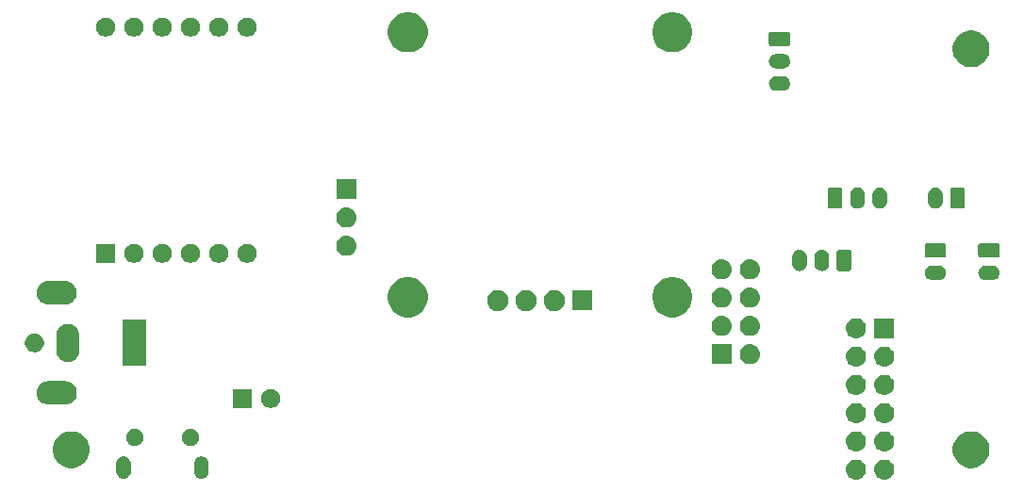
<source format=gbr>
G04 #@! TF.GenerationSoftware,KiCad,Pcbnew,(5.1.4-0-10_14)*
G04 #@! TF.CreationDate,2020-03-14T09:23:35+01:00*
G04 #@! TF.ProjectId,ArtnetNode,4172746e-6574-44e6-9f64-652e6b696361,rev?*
G04 #@! TF.SameCoordinates,Original*
G04 #@! TF.FileFunction,Soldermask,Bot*
G04 #@! TF.FilePolarity,Negative*
%FSLAX46Y46*%
G04 Gerber Fmt 4.6, Leading zero omitted, Abs format (unit mm)*
G04 Created by KiCad (PCBNEW (5.1.4-0-10_14)) date 2020-03-14 09:23:35*
%MOMM*%
%LPD*%
G04 APERTURE LIST*
%ADD10C,0.100000*%
G04 APERTURE END LIST*
D10*
G36*
X218710443Y-120905519D02*
G01*
X218776627Y-120912037D01*
X218946466Y-120963557D01*
X219102991Y-121047222D01*
X219138729Y-121076552D01*
X219240186Y-121159814D01*
X219287959Y-121218027D01*
X219352778Y-121297009D01*
X219436443Y-121453534D01*
X219487963Y-121623373D01*
X219505359Y-121800000D01*
X219487963Y-121976627D01*
X219436443Y-122146466D01*
X219352778Y-122302991D01*
X219344215Y-122313425D01*
X219240186Y-122440186D01*
X219138729Y-122523448D01*
X219102991Y-122552778D01*
X218946466Y-122636443D01*
X218776627Y-122687963D01*
X218710442Y-122694482D01*
X218644260Y-122701000D01*
X218555740Y-122701000D01*
X218489558Y-122694482D01*
X218423373Y-122687963D01*
X218253534Y-122636443D01*
X218097009Y-122552778D01*
X218061271Y-122523448D01*
X217959814Y-122440186D01*
X217855785Y-122313425D01*
X217847222Y-122302991D01*
X217763557Y-122146466D01*
X217712037Y-121976627D01*
X217694641Y-121800000D01*
X217712037Y-121623373D01*
X217763557Y-121453534D01*
X217847222Y-121297009D01*
X217912041Y-121218027D01*
X217959814Y-121159814D01*
X218061271Y-121076552D01*
X218097009Y-121047222D01*
X218253534Y-120963557D01*
X218423373Y-120912037D01*
X218489557Y-120905519D01*
X218555740Y-120899000D01*
X218644260Y-120899000D01*
X218710443Y-120905519D01*
X218710443Y-120905519D01*
G37*
G36*
X216170443Y-120905519D02*
G01*
X216236627Y-120912037D01*
X216406466Y-120963557D01*
X216562991Y-121047222D01*
X216598729Y-121076552D01*
X216700186Y-121159814D01*
X216747959Y-121218027D01*
X216812778Y-121297009D01*
X216896443Y-121453534D01*
X216947963Y-121623373D01*
X216965359Y-121800000D01*
X216947963Y-121976627D01*
X216896443Y-122146466D01*
X216812778Y-122302991D01*
X216804215Y-122313425D01*
X216700186Y-122440186D01*
X216598729Y-122523448D01*
X216562991Y-122552778D01*
X216406466Y-122636443D01*
X216236627Y-122687963D01*
X216170442Y-122694482D01*
X216104260Y-122701000D01*
X216015740Y-122701000D01*
X215949558Y-122694482D01*
X215883373Y-122687963D01*
X215713534Y-122636443D01*
X215557009Y-122552778D01*
X215521271Y-122523448D01*
X215419814Y-122440186D01*
X215315785Y-122313425D01*
X215307222Y-122302991D01*
X215223557Y-122146466D01*
X215172037Y-121976627D01*
X215154641Y-121800000D01*
X215172037Y-121623373D01*
X215223557Y-121453534D01*
X215307222Y-121297009D01*
X215372041Y-121218027D01*
X215419814Y-121159814D01*
X215521271Y-121076552D01*
X215557009Y-121047222D01*
X215713534Y-120963557D01*
X215883373Y-120912037D01*
X215949557Y-120905519D01*
X216015740Y-120899000D01*
X216104260Y-120899000D01*
X216170443Y-120905519D01*
X216170443Y-120905519D01*
G37*
G36*
X150427618Y-120608420D02*
G01*
X150518404Y-120635960D01*
X150550336Y-120645646D01*
X150663425Y-120706094D01*
X150762554Y-120787446D01*
X150843906Y-120886575D01*
X150904354Y-120999664D01*
X150914040Y-121031596D01*
X150941580Y-121122382D01*
X150951000Y-121218027D01*
X150951000Y-121981973D01*
X150941580Y-122077618D01*
X150914040Y-122168404D01*
X150904354Y-122200336D01*
X150843906Y-122313425D01*
X150762554Y-122412553D01*
X150663424Y-122493906D01*
X150550335Y-122554354D01*
X150518403Y-122564040D01*
X150427617Y-122591580D01*
X150300000Y-122604149D01*
X150172382Y-122591580D01*
X150081596Y-122564040D01*
X150049664Y-122554354D01*
X149936575Y-122493906D01*
X149837447Y-122412554D01*
X149756094Y-122313424D01*
X149695646Y-122200335D01*
X149679305Y-122146466D01*
X149658420Y-122077617D01*
X149649000Y-121981972D01*
X149649000Y-121218027D01*
X149658420Y-121122382D01*
X149695645Y-120999668D01*
X149720608Y-120952966D01*
X149756095Y-120886575D01*
X149837447Y-120787446D01*
X149936576Y-120706094D01*
X150049665Y-120645646D01*
X150081597Y-120635960D01*
X150172383Y-120608420D01*
X150300000Y-120595851D01*
X150427618Y-120608420D01*
X150427618Y-120608420D01*
G37*
G36*
X157427617Y-120608420D02*
G01*
X157518403Y-120635960D01*
X157550335Y-120645646D01*
X157663424Y-120706094D01*
X157762554Y-120787447D01*
X157843906Y-120886575D01*
X157904354Y-120999664D01*
X157914040Y-121031596D01*
X157941580Y-121122382D01*
X157951000Y-121218027D01*
X157951000Y-121981973D01*
X157941580Y-122077618D01*
X157914040Y-122168404D01*
X157904354Y-122200336D01*
X157843906Y-122313425D01*
X157762554Y-122412554D01*
X157663425Y-122493906D01*
X157550336Y-122554354D01*
X157518404Y-122564040D01*
X157427618Y-122591580D01*
X157300000Y-122604149D01*
X157172383Y-122591580D01*
X157081597Y-122564040D01*
X157049665Y-122554354D01*
X156936576Y-122493906D01*
X156837447Y-122412554D01*
X156756095Y-122313425D01*
X156695648Y-122200337D01*
X156695645Y-122200332D01*
X156658420Y-122077618D01*
X156649000Y-121981973D01*
X156649000Y-121218028D01*
X156658420Y-121122383D01*
X156695645Y-120999669D01*
X156695646Y-120999665D01*
X156756094Y-120886576D01*
X156837447Y-120787446D01*
X156936575Y-120706094D01*
X157049664Y-120645646D01*
X157081596Y-120635960D01*
X157172382Y-120608420D01*
X157300000Y-120595851D01*
X157427617Y-120608420D01*
X157427617Y-120608420D01*
G37*
G36*
X226775256Y-118391298D02*
G01*
X226881579Y-118412447D01*
X227094037Y-118500450D01*
X227171227Y-118532423D01*
X227182042Y-118536903D01*
X227452451Y-118717585D01*
X227682415Y-118947549D01*
X227863097Y-119217958D01*
X227987553Y-119518421D01*
X228051000Y-119837391D01*
X228051000Y-120162609D01*
X227987553Y-120481579D01*
X227863097Y-120782042D01*
X227682415Y-121052451D01*
X227452451Y-121282415D01*
X227182042Y-121463097D01*
X226881579Y-121587553D01*
X226775256Y-121608702D01*
X226562611Y-121651000D01*
X226237389Y-121651000D01*
X226024744Y-121608702D01*
X225918421Y-121587553D01*
X225617958Y-121463097D01*
X225347549Y-121282415D01*
X225117585Y-121052451D01*
X224936903Y-120782042D01*
X224812447Y-120481579D01*
X224749000Y-120162609D01*
X224749000Y-119837391D01*
X224812447Y-119518421D01*
X224936903Y-119217958D01*
X225117585Y-118947549D01*
X225347549Y-118717585D01*
X225617958Y-118536903D01*
X225628774Y-118532423D01*
X225705963Y-118500450D01*
X225918421Y-118412447D01*
X226024744Y-118391298D01*
X226237389Y-118349000D01*
X226562611Y-118349000D01*
X226775256Y-118391298D01*
X226775256Y-118391298D01*
G37*
G36*
X145975256Y-118391298D02*
G01*
X146081579Y-118412447D01*
X146294037Y-118500450D01*
X146371227Y-118532423D01*
X146382042Y-118536903D01*
X146652451Y-118717585D01*
X146882415Y-118947549D01*
X147063097Y-119217958D01*
X147187553Y-119518421D01*
X147251000Y-119837391D01*
X147251000Y-120162609D01*
X147187553Y-120481579D01*
X147063097Y-120782042D01*
X146882415Y-121052451D01*
X146652451Y-121282415D01*
X146382042Y-121463097D01*
X146081579Y-121587553D01*
X145975256Y-121608702D01*
X145762611Y-121651000D01*
X145437389Y-121651000D01*
X145224744Y-121608702D01*
X145118421Y-121587553D01*
X144817958Y-121463097D01*
X144547549Y-121282415D01*
X144317585Y-121052451D01*
X144136903Y-120782042D01*
X144012447Y-120481579D01*
X143949000Y-120162609D01*
X143949000Y-119837391D01*
X144012447Y-119518421D01*
X144136903Y-119217958D01*
X144317585Y-118947549D01*
X144547549Y-118717585D01*
X144817958Y-118536903D01*
X144828774Y-118532423D01*
X144905963Y-118500450D01*
X145118421Y-118412447D01*
X145224744Y-118391298D01*
X145437389Y-118349000D01*
X145762611Y-118349000D01*
X145975256Y-118391298D01*
X145975256Y-118391298D01*
G37*
G36*
X218710443Y-118365519D02*
G01*
X218776627Y-118372037D01*
X218946466Y-118423557D01*
X219102991Y-118507222D01*
X219133698Y-118532423D01*
X219240186Y-118619814D01*
X219320423Y-118717584D01*
X219352778Y-118757009D01*
X219436443Y-118913534D01*
X219487963Y-119083373D01*
X219505359Y-119260000D01*
X219487963Y-119436627D01*
X219436443Y-119606466D01*
X219352778Y-119762991D01*
X219323448Y-119798729D01*
X219240186Y-119900186D01*
X219138729Y-119983448D01*
X219102991Y-120012778D01*
X218946466Y-120096443D01*
X218776627Y-120147963D01*
X218710442Y-120154482D01*
X218644260Y-120161000D01*
X218555740Y-120161000D01*
X218489558Y-120154482D01*
X218423373Y-120147963D01*
X218253534Y-120096443D01*
X218097009Y-120012778D01*
X218061271Y-119983448D01*
X217959814Y-119900186D01*
X217876552Y-119798729D01*
X217847222Y-119762991D01*
X217763557Y-119606466D01*
X217712037Y-119436627D01*
X217694641Y-119260000D01*
X217712037Y-119083373D01*
X217763557Y-118913534D01*
X217847222Y-118757009D01*
X217879577Y-118717584D01*
X217959814Y-118619814D01*
X218066302Y-118532423D01*
X218097009Y-118507222D01*
X218253534Y-118423557D01*
X218423373Y-118372037D01*
X218489557Y-118365519D01*
X218555740Y-118359000D01*
X218644260Y-118359000D01*
X218710443Y-118365519D01*
X218710443Y-118365519D01*
G37*
G36*
X216170443Y-118365519D02*
G01*
X216236627Y-118372037D01*
X216406466Y-118423557D01*
X216562991Y-118507222D01*
X216593698Y-118532423D01*
X216700186Y-118619814D01*
X216780423Y-118717584D01*
X216812778Y-118757009D01*
X216896443Y-118913534D01*
X216947963Y-119083373D01*
X216965359Y-119260000D01*
X216947963Y-119436627D01*
X216896443Y-119606466D01*
X216812778Y-119762991D01*
X216783448Y-119798729D01*
X216700186Y-119900186D01*
X216598729Y-119983448D01*
X216562991Y-120012778D01*
X216406466Y-120096443D01*
X216236627Y-120147963D01*
X216170442Y-120154482D01*
X216104260Y-120161000D01*
X216015740Y-120161000D01*
X215949558Y-120154482D01*
X215883373Y-120147963D01*
X215713534Y-120096443D01*
X215557009Y-120012778D01*
X215521271Y-119983448D01*
X215419814Y-119900186D01*
X215336552Y-119798729D01*
X215307222Y-119762991D01*
X215223557Y-119606466D01*
X215172037Y-119436627D01*
X215154641Y-119260000D01*
X215172037Y-119083373D01*
X215223557Y-118913534D01*
X215307222Y-118757009D01*
X215339577Y-118717584D01*
X215419814Y-118619814D01*
X215526302Y-118532423D01*
X215557009Y-118507222D01*
X215713534Y-118423557D01*
X215883373Y-118372037D01*
X215949557Y-118365519D01*
X216015740Y-118359000D01*
X216104260Y-118359000D01*
X216170443Y-118365519D01*
X216170443Y-118365519D01*
G37*
G36*
X151526348Y-118153820D02*
G01*
X151526350Y-118153821D01*
X151526351Y-118153821D01*
X151667574Y-118212317D01*
X151667577Y-118212319D01*
X151794669Y-118297239D01*
X151902761Y-118405331D01*
X151970842Y-118507222D01*
X151987683Y-118532426D01*
X151989537Y-118536903D01*
X152046180Y-118673652D01*
X152076000Y-118823569D01*
X152076000Y-118976431D01*
X152054728Y-119083375D01*
X152046179Y-119126351D01*
X151987683Y-119267574D01*
X151987681Y-119267577D01*
X151902761Y-119394669D01*
X151794669Y-119502761D01*
X151667577Y-119587681D01*
X151667574Y-119587683D01*
X151526351Y-119646179D01*
X151526350Y-119646179D01*
X151526348Y-119646180D01*
X151376431Y-119676000D01*
X151223569Y-119676000D01*
X151073652Y-119646180D01*
X151073650Y-119646179D01*
X151073649Y-119646179D01*
X150932426Y-119587683D01*
X150932423Y-119587681D01*
X150805331Y-119502761D01*
X150697239Y-119394669D01*
X150612319Y-119267577D01*
X150612317Y-119267574D01*
X150553821Y-119126351D01*
X150545273Y-119083375D01*
X150524000Y-118976431D01*
X150524000Y-118823569D01*
X150553820Y-118673652D01*
X150610463Y-118536903D01*
X150612317Y-118532426D01*
X150629158Y-118507222D01*
X150697239Y-118405331D01*
X150805331Y-118297239D01*
X150932423Y-118212319D01*
X150932426Y-118212317D01*
X151073649Y-118153821D01*
X151073650Y-118153821D01*
X151073652Y-118153820D01*
X151223569Y-118124000D01*
X151376431Y-118124000D01*
X151526348Y-118153820D01*
X151526348Y-118153820D01*
G37*
G36*
X156526348Y-118153820D02*
G01*
X156526350Y-118153821D01*
X156526351Y-118153821D01*
X156667574Y-118212317D01*
X156667577Y-118212319D01*
X156794669Y-118297239D01*
X156902761Y-118405331D01*
X156970842Y-118507222D01*
X156987683Y-118532426D01*
X156989537Y-118536903D01*
X157046180Y-118673652D01*
X157076000Y-118823569D01*
X157076000Y-118976431D01*
X157054728Y-119083375D01*
X157046179Y-119126351D01*
X156987683Y-119267574D01*
X156987681Y-119267577D01*
X156902761Y-119394669D01*
X156794669Y-119502761D01*
X156667577Y-119587681D01*
X156667574Y-119587683D01*
X156526351Y-119646179D01*
X156526350Y-119646179D01*
X156526348Y-119646180D01*
X156376431Y-119676000D01*
X156223569Y-119676000D01*
X156073652Y-119646180D01*
X156073650Y-119646179D01*
X156073649Y-119646179D01*
X155932426Y-119587683D01*
X155932423Y-119587681D01*
X155805331Y-119502761D01*
X155697239Y-119394669D01*
X155612319Y-119267577D01*
X155612317Y-119267574D01*
X155553821Y-119126351D01*
X155545273Y-119083375D01*
X155524000Y-118976431D01*
X155524000Y-118823569D01*
X155553820Y-118673652D01*
X155610463Y-118536903D01*
X155612317Y-118532426D01*
X155629158Y-118507222D01*
X155697239Y-118405331D01*
X155805331Y-118297239D01*
X155932423Y-118212319D01*
X155932426Y-118212317D01*
X156073649Y-118153821D01*
X156073650Y-118153821D01*
X156073652Y-118153820D01*
X156223569Y-118124000D01*
X156376431Y-118124000D01*
X156526348Y-118153820D01*
X156526348Y-118153820D01*
G37*
G36*
X216170442Y-115825518D02*
G01*
X216236627Y-115832037D01*
X216406466Y-115883557D01*
X216562991Y-115967222D01*
X216598729Y-115996552D01*
X216700186Y-116079814D01*
X216761189Y-116154148D01*
X216812778Y-116217009D01*
X216896443Y-116373534D01*
X216947963Y-116543373D01*
X216965359Y-116720000D01*
X216947963Y-116896627D01*
X216896443Y-117066466D01*
X216812778Y-117222991D01*
X216783448Y-117258729D01*
X216700186Y-117360186D01*
X216598729Y-117443448D01*
X216562991Y-117472778D01*
X216406466Y-117556443D01*
X216236627Y-117607963D01*
X216170443Y-117614481D01*
X216104260Y-117621000D01*
X216015740Y-117621000D01*
X215949557Y-117614481D01*
X215883373Y-117607963D01*
X215713534Y-117556443D01*
X215557009Y-117472778D01*
X215521271Y-117443448D01*
X215419814Y-117360186D01*
X215336552Y-117258729D01*
X215307222Y-117222991D01*
X215223557Y-117066466D01*
X215172037Y-116896627D01*
X215154641Y-116720000D01*
X215172037Y-116543373D01*
X215223557Y-116373534D01*
X215307222Y-116217009D01*
X215358811Y-116154148D01*
X215419814Y-116079814D01*
X215521271Y-115996552D01*
X215557009Y-115967222D01*
X215713534Y-115883557D01*
X215883373Y-115832037D01*
X215949558Y-115825518D01*
X216015740Y-115819000D01*
X216104260Y-115819000D01*
X216170442Y-115825518D01*
X216170442Y-115825518D01*
G37*
G36*
X218710442Y-115825518D02*
G01*
X218776627Y-115832037D01*
X218946466Y-115883557D01*
X219102991Y-115967222D01*
X219138729Y-115996552D01*
X219240186Y-116079814D01*
X219301189Y-116154148D01*
X219352778Y-116217009D01*
X219436443Y-116373534D01*
X219487963Y-116543373D01*
X219505359Y-116720000D01*
X219487963Y-116896627D01*
X219436443Y-117066466D01*
X219352778Y-117222991D01*
X219323448Y-117258729D01*
X219240186Y-117360186D01*
X219138729Y-117443448D01*
X219102991Y-117472778D01*
X218946466Y-117556443D01*
X218776627Y-117607963D01*
X218710443Y-117614481D01*
X218644260Y-117621000D01*
X218555740Y-117621000D01*
X218489557Y-117614481D01*
X218423373Y-117607963D01*
X218253534Y-117556443D01*
X218097009Y-117472778D01*
X218061271Y-117443448D01*
X217959814Y-117360186D01*
X217876552Y-117258729D01*
X217847222Y-117222991D01*
X217763557Y-117066466D01*
X217712037Y-116896627D01*
X217694641Y-116720000D01*
X217712037Y-116543373D01*
X217763557Y-116373534D01*
X217847222Y-116217009D01*
X217898811Y-116154148D01*
X217959814Y-116079814D01*
X218061271Y-115996552D01*
X218097009Y-115967222D01*
X218253534Y-115883557D01*
X218423373Y-115832037D01*
X218489558Y-115825518D01*
X218555740Y-115819000D01*
X218644260Y-115819000D01*
X218710442Y-115825518D01*
X218710442Y-115825518D01*
G37*
G36*
X163748228Y-114581703D02*
G01*
X163903100Y-114645853D01*
X164042481Y-114738985D01*
X164161015Y-114857519D01*
X164254147Y-114996900D01*
X164318297Y-115151772D01*
X164351000Y-115316184D01*
X164351000Y-115483816D01*
X164318297Y-115648228D01*
X164254147Y-115803100D01*
X164161015Y-115942481D01*
X164042481Y-116061015D01*
X163903100Y-116154147D01*
X163748228Y-116218297D01*
X163583816Y-116251000D01*
X163416184Y-116251000D01*
X163251772Y-116218297D01*
X163096900Y-116154147D01*
X162957519Y-116061015D01*
X162838985Y-115942481D01*
X162745853Y-115803100D01*
X162681703Y-115648228D01*
X162649000Y-115483816D01*
X162649000Y-115316184D01*
X162681703Y-115151772D01*
X162745853Y-114996900D01*
X162838985Y-114857519D01*
X162957519Y-114738985D01*
X163096900Y-114645853D01*
X163251772Y-114581703D01*
X163416184Y-114549000D01*
X163583816Y-114549000D01*
X163748228Y-114581703D01*
X163748228Y-114581703D01*
G37*
G36*
X161851000Y-116251000D02*
G01*
X160149000Y-116251000D01*
X160149000Y-114549000D01*
X161851000Y-114549000D01*
X161851000Y-116251000D01*
X161851000Y-116251000D01*
G37*
G36*
X145153097Y-113854069D02*
G01*
X145256032Y-113864207D01*
X145454146Y-113924305D01*
X145454149Y-113924306D01*
X145550975Y-113976061D01*
X145636729Y-114021897D01*
X145796765Y-114153235D01*
X145928103Y-114313271D01*
X145951276Y-114356625D01*
X146025694Y-114495851D01*
X146025695Y-114495854D01*
X146085793Y-114693968D01*
X146106085Y-114900000D01*
X146085793Y-115106032D01*
X146025695Y-115304146D01*
X146025694Y-115304149D01*
X145973939Y-115400975D01*
X145928103Y-115486729D01*
X145796765Y-115646765D01*
X145636729Y-115778103D01*
X145550975Y-115823939D01*
X145454149Y-115875694D01*
X145454146Y-115875695D01*
X145256032Y-115935793D01*
X145188126Y-115942481D01*
X145101631Y-115951000D01*
X143498369Y-115951000D01*
X143411874Y-115942481D01*
X143343968Y-115935793D01*
X143145854Y-115875695D01*
X143145851Y-115875694D01*
X143049025Y-115823939D01*
X142963271Y-115778103D01*
X142803235Y-115646765D01*
X142671897Y-115486729D01*
X142626061Y-115400975D01*
X142574306Y-115304149D01*
X142574305Y-115304146D01*
X142514207Y-115106032D01*
X142493915Y-114900000D01*
X142514207Y-114693968D01*
X142574305Y-114495854D01*
X142574306Y-114495851D01*
X142648724Y-114356625D01*
X142671897Y-114313271D01*
X142803235Y-114153235D01*
X142963271Y-114021897D01*
X143049025Y-113976061D01*
X143145851Y-113924306D01*
X143145854Y-113924305D01*
X143343968Y-113864207D01*
X143446903Y-113854069D01*
X143498369Y-113849000D01*
X145101631Y-113849000D01*
X145153097Y-113854069D01*
X145153097Y-113854069D01*
G37*
G36*
X216170442Y-113285518D02*
G01*
X216236627Y-113292037D01*
X216406466Y-113343557D01*
X216562991Y-113427222D01*
X216598729Y-113456552D01*
X216700186Y-113539814D01*
X216783448Y-113641271D01*
X216812778Y-113677009D01*
X216896443Y-113833534D01*
X216947963Y-114003373D01*
X216965359Y-114180000D01*
X216947963Y-114356627D01*
X216896443Y-114526466D01*
X216812778Y-114682991D01*
X216783448Y-114718729D01*
X216700186Y-114820186D01*
X216602931Y-114900000D01*
X216562991Y-114932778D01*
X216562989Y-114932779D01*
X216443023Y-114996903D01*
X216406466Y-115016443D01*
X216236627Y-115067963D01*
X216170443Y-115074481D01*
X216104260Y-115081000D01*
X216015740Y-115081000D01*
X215949557Y-115074481D01*
X215883373Y-115067963D01*
X215713534Y-115016443D01*
X215676978Y-114996903D01*
X215557011Y-114932779D01*
X215557009Y-114932778D01*
X215517069Y-114900000D01*
X215419814Y-114820186D01*
X215336552Y-114718729D01*
X215307222Y-114682991D01*
X215223557Y-114526466D01*
X215172037Y-114356627D01*
X215154641Y-114180000D01*
X215172037Y-114003373D01*
X215223557Y-113833534D01*
X215307222Y-113677009D01*
X215336552Y-113641271D01*
X215419814Y-113539814D01*
X215521271Y-113456552D01*
X215557009Y-113427222D01*
X215713534Y-113343557D01*
X215883373Y-113292037D01*
X215949558Y-113285518D01*
X216015740Y-113279000D01*
X216104260Y-113279000D01*
X216170442Y-113285518D01*
X216170442Y-113285518D01*
G37*
G36*
X218710442Y-113285518D02*
G01*
X218776627Y-113292037D01*
X218946466Y-113343557D01*
X219102991Y-113427222D01*
X219138729Y-113456552D01*
X219240186Y-113539814D01*
X219323448Y-113641271D01*
X219352778Y-113677009D01*
X219436443Y-113833534D01*
X219487963Y-114003373D01*
X219505359Y-114180000D01*
X219487963Y-114356627D01*
X219436443Y-114526466D01*
X219352778Y-114682991D01*
X219323448Y-114718729D01*
X219240186Y-114820186D01*
X219142931Y-114900000D01*
X219102991Y-114932778D01*
X219102989Y-114932779D01*
X218983023Y-114996903D01*
X218946466Y-115016443D01*
X218776627Y-115067963D01*
X218710443Y-115074481D01*
X218644260Y-115081000D01*
X218555740Y-115081000D01*
X218489557Y-115074481D01*
X218423373Y-115067963D01*
X218253534Y-115016443D01*
X218216978Y-114996903D01*
X218097011Y-114932779D01*
X218097009Y-114932778D01*
X218057069Y-114900000D01*
X217959814Y-114820186D01*
X217876552Y-114718729D01*
X217847222Y-114682991D01*
X217763557Y-114526466D01*
X217712037Y-114356627D01*
X217694641Y-114180000D01*
X217712037Y-114003373D01*
X217763557Y-113833534D01*
X217847222Y-113677009D01*
X217876552Y-113641271D01*
X217959814Y-113539814D01*
X218061271Y-113456552D01*
X218097009Y-113427222D01*
X218253534Y-113343557D01*
X218423373Y-113292037D01*
X218489558Y-113285518D01*
X218555740Y-113279000D01*
X218644260Y-113279000D01*
X218710442Y-113285518D01*
X218710442Y-113285518D01*
G37*
G36*
X218710442Y-110745518D02*
G01*
X218776627Y-110752037D01*
X218946466Y-110803557D01*
X219102991Y-110887222D01*
X219138729Y-110916552D01*
X219240186Y-110999814D01*
X219323448Y-111101271D01*
X219352778Y-111137009D01*
X219436443Y-111293534D01*
X219487963Y-111463373D01*
X219505359Y-111640000D01*
X219487963Y-111816627D01*
X219436443Y-111986466D01*
X219352778Y-112142991D01*
X219328332Y-112172778D01*
X219240186Y-112280186D01*
X219138729Y-112363448D01*
X219102991Y-112392778D01*
X218946466Y-112476443D01*
X218776627Y-112527963D01*
X218710442Y-112534482D01*
X218644260Y-112541000D01*
X218555740Y-112541000D01*
X218489558Y-112534482D01*
X218423373Y-112527963D01*
X218253534Y-112476443D01*
X218097009Y-112392778D01*
X218061271Y-112363448D01*
X217959814Y-112280186D01*
X217871668Y-112172778D01*
X217847222Y-112142991D01*
X217763557Y-111986466D01*
X217712037Y-111816627D01*
X217694641Y-111640000D01*
X217712037Y-111463373D01*
X217763557Y-111293534D01*
X217847222Y-111137009D01*
X217876552Y-111101271D01*
X217959814Y-110999814D01*
X218061271Y-110916552D01*
X218097009Y-110887222D01*
X218253534Y-110803557D01*
X218423373Y-110752037D01*
X218489558Y-110745518D01*
X218555740Y-110739000D01*
X218644260Y-110739000D01*
X218710442Y-110745518D01*
X218710442Y-110745518D01*
G37*
G36*
X216170442Y-110745518D02*
G01*
X216236627Y-110752037D01*
X216406466Y-110803557D01*
X216562991Y-110887222D01*
X216598729Y-110916552D01*
X216700186Y-110999814D01*
X216783448Y-111101271D01*
X216812778Y-111137009D01*
X216896443Y-111293534D01*
X216947963Y-111463373D01*
X216965359Y-111640000D01*
X216947963Y-111816627D01*
X216896443Y-111986466D01*
X216812778Y-112142991D01*
X216788332Y-112172778D01*
X216700186Y-112280186D01*
X216598729Y-112363448D01*
X216562991Y-112392778D01*
X216406466Y-112476443D01*
X216236627Y-112527963D01*
X216170442Y-112534482D01*
X216104260Y-112541000D01*
X216015740Y-112541000D01*
X215949558Y-112534482D01*
X215883373Y-112527963D01*
X215713534Y-112476443D01*
X215557009Y-112392778D01*
X215521271Y-112363448D01*
X215419814Y-112280186D01*
X215331668Y-112172778D01*
X215307222Y-112142991D01*
X215223557Y-111986466D01*
X215172037Y-111816627D01*
X215154641Y-111640000D01*
X215172037Y-111463373D01*
X215223557Y-111293534D01*
X215307222Y-111137009D01*
X215336552Y-111101271D01*
X215419814Y-110999814D01*
X215521271Y-110916552D01*
X215557009Y-110887222D01*
X215713534Y-110803557D01*
X215883373Y-110752037D01*
X215949558Y-110745518D01*
X216015740Y-110739000D01*
X216104260Y-110739000D01*
X216170442Y-110745518D01*
X216170442Y-110745518D01*
G37*
G36*
X152351000Y-112451000D02*
G01*
X150249000Y-112451000D01*
X150249000Y-108349000D01*
X152351000Y-108349000D01*
X152351000Y-112451000D01*
X152351000Y-112451000D01*
G37*
G36*
X206650442Y-110525518D02*
G01*
X206716627Y-110532037D01*
X206886466Y-110583557D01*
X207042991Y-110667222D01*
X207078729Y-110696552D01*
X207180186Y-110779814D01*
X207263448Y-110881271D01*
X207292778Y-110917009D01*
X207376443Y-111073534D01*
X207427963Y-111243373D01*
X207445359Y-111420000D01*
X207427963Y-111596627D01*
X207376443Y-111766466D01*
X207292778Y-111922991D01*
X207263448Y-111958729D01*
X207180186Y-112060186D01*
X207079289Y-112142989D01*
X207042991Y-112172778D01*
X206886466Y-112256443D01*
X206716627Y-112307963D01*
X206650442Y-112314482D01*
X206584260Y-112321000D01*
X206495740Y-112321000D01*
X206429558Y-112314482D01*
X206363373Y-112307963D01*
X206193534Y-112256443D01*
X206037009Y-112172778D01*
X206000711Y-112142989D01*
X205899814Y-112060186D01*
X205816552Y-111958729D01*
X205787222Y-111922991D01*
X205703557Y-111766466D01*
X205652037Y-111596627D01*
X205634641Y-111420000D01*
X205652037Y-111243373D01*
X205703557Y-111073534D01*
X205787222Y-110917009D01*
X205816552Y-110881271D01*
X205899814Y-110779814D01*
X206001271Y-110696552D01*
X206037009Y-110667222D01*
X206193534Y-110583557D01*
X206363373Y-110532037D01*
X206429558Y-110525518D01*
X206495740Y-110519000D01*
X206584260Y-110519000D01*
X206650442Y-110525518D01*
X206650442Y-110525518D01*
G37*
G36*
X204901000Y-112321000D02*
G01*
X203099000Y-112321000D01*
X203099000Y-110519000D01*
X204901000Y-110519000D01*
X204901000Y-112321000D01*
X204901000Y-112321000D01*
G37*
G36*
X145506032Y-108714207D02*
G01*
X145704146Y-108774305D01*
X145704149Y-108774306D01*
X145800975Y-108826061D01*
X145886729Y-108871897D01*
X146046765Y-109003235D01*
X146178103Y-109163271D01*
X146211881Y-109226466D01*
X146275694Y-109345851D01*
X146275695Y-109345854D01*
X146335793Y-109543968D01*
X146351000Y-109698370D01*
X146351000Y-111101630D01*
X146335793Y-111256032D01*
X146286053Y-111420000D01*
X146275694Y-111454149D01*
X146223939Y-111550975D01*
X146178103Y-111636729D01*
X146046765Y-111796765D01*
X145886729Y-111928103D01*
X145777538Y-111986466D01*
X145704148Y-112025694D01*
X145704145Y-112025695D01*
X145506031Y-112085793D01*
X145300000Y-112106085D01*
X145093968Y-112085793D01*
X144895854Y-112025695D01*
X144895851Y-112025694D01*
X144799025Y-111973939D01*
X144713271Y-111928103D01*
X144553235Y-111796765D01*
X144421897Y-111636729D01*
X144324307Y-111454149D01*
X144324306Y-111454148D01*
X144275583Y-111293532D01*
X144264207Y-111256031D01*
X144249000Y-111101629D01*
X144249000Y-109698369D01*
X144264207Y-109543970D01*
X144324305Y-109345853D01*
X144399184Y-109205766D01*
X144421898Y-109163271D01*
X144553236Y-109003235D01*
X144713272Y-108871897D01*
X144799026Y-108826061D01*
X144895852Y-108774306D01*
X144895855Y-108774305D01*
X145093969Y-108714207D01*
X145300000Y-108693915D01*
X145506032Y-108714207D01*
X145506032Y-108714207D01*
G37*
G36*
X142548228Y-109581703D02*
G01*
X142703100Y-109645853D01*
X142842481Y-109738985D01*
X142961015Y-109857519D01*
X143054147Y-109996900D01*
X143118297Y-110151772D01*
X143151000Y-110316184D01*
X143151000Y-110483816D01*
X143118297Y-110648228D01*
X143054147Y-110803100D01*
X142961015Y-110942481D01*
X142842481Y-111061015D01*
X142703100Y-111154147D01*
X142548228Y-111218297D01*
X142383816Y-111251000D01*
X142216184Y-111251000D01*
X142051772Y-111218297D01*
X141896900Y-111154147D01*
X141757519Y-111061015D01*
X141638985Y-110942481D01*
X141545853Y-110803100D01*
X141481703Y-110648228D01*
X141449000Y-110483816D01*
X141449000Y-110316184D01*
X141481703Y-110151772D01*
X141545853Y-109996900D01*
X141638985Y-109857519D01*
X141757519Y-109738985D01*
X141896900Y-109645853D01*
X142051772Y-109581703D01*
X142216184Y-109549000D01*
X142383816Y-109549000D01*
X142548228Y-109581703D01*
X142548228Y-109581703D01*
G37*
G36*
X219501000Y-110001000D02*
G01*
X217699000Y-110001000D01*
X217699000Y-108199000D01*
X219501000Y-108199000D01*
X219501000Y-110001000D01*
X219501000Y-110001000D01*
G37*
G36*
X216170443Y-108205519D02*
G01*
X216236627Y-108212037D01*
X216406466Y-108263557D01*
X216562991Y-108347222D01*
X216565157Y-108349000D01*
X216700186Y-108459814D01*
X216783448Y-108561271D01*
X216812778Y-108597009D01*
X216896443Y-108753534D01*
X216947963Y-108923373D01*
X216965359Y-109100000D01*
X216947963Y-109276627D01*
X216896443Y-109446466D01*
X216812778Y-109602991D01*
X216788332Y-109632778D01*
X216700186Y-109740186D01*
X216598729Y-109823448D01*
X216562991Y-109852778D01*
X216406466Y-109936443D01*
X216236627Y-109987963D01*
X216170442Y-109994482D01*
X216104260Y-110001000D01*
X216015740Y-110001000D01*
X215949558Y-109994482D01*
X215883373Y-109987963D01*
X215713534Y-109936443D01*
X215557009Y-109852778D01*
X215521271Y-109823448D01*
X215419814Y-109740186D01*
X215331668Y-109632778D01*
X215307222Y-109602991D01*
X215223557Y-109446466D01*
X215172037Y-109276627D01*
X215154641Y-109100000D01*
X215172037Y-108923373D01*
X215223557Y-108753534D01*
X215307222Y-108597009D01*
X215336552Y-108561271D01*
X215419814Y-108459814D01*
X215554843Y-108349000D01*
X215557009Y-108347222D01*
X215713534Y-108263557D01*
X215883373Y-108212037D01*
X215949557Y-108205519D01*
X216015740Y-108199000D01*
X216104260Y-108199000D01*
X216170443Y-108205519D01*
X216170443Y-108205519D01*
G37*
G36*
X206650443Y-107985519D02*
G01*
X206716627Y-107992037D01*
X206886466Y-108043557D01*
X207042991Y-108127222D01*
X207078729Y-108156552D01*
X207180186Y-108239814D01*
X207263448Y-108341271D01*
X207292778Y-108377009D01*
X207376443Y-108533534D01*
X207427963Y-108703373D01*
X207445359Y-108880000D01*
X207427963Y-109056627D01*
X207376443Y-109226466D01*
X207292778Y-109382991D01*
X207263448Y-109418729D01*
X207180186Y-109520186D01*
X207079289Y-109602989D01*
X207042991Y-109632778D01*
X206886466Y-109716443D01*
X206716627Y-109767963D01*
X206650443Y-109774481D01*
X206584260Y-109781000D01*
X206495740Y-109781000D01*
X206429557Y-109774481D01*
X206363373Y-109767963D01*
X206193534Y-109716443D01*
X206037009Y-109632778D01*
X206000711Y-109602989D01*
X205899814Y-109520186D01*
X205816552Y-109418729D01*
X205787222Y-109382991D01*
X205703557Y-109226466D01*
X205652037Y-109056627D01*
X205634641Y-108880000D01*
X205652037Y-108703373D01*
X205703557Y-108533534D01*
X205787222Y-108377009D01*
X205816552Y-108341271D01*
X205899814Y-108239814D01*
X206001271Y-108156552D01*
X206037009Y-108127222D01*
X206193534Y-108043557D01*
X206363373Y-107992037D01*
X206429557Y-107985519D01*
X206495740Y-107979000D01*
X206584260Y-107979000D01*
X206650443Y-107985519D01*
X206650443Y-107985519D01*
G37*
G36*
X204110443Y-107985519D02*
G01*
X204176627Y-107992037D01*
X204346466Y-108043557D01*
X204502991Y-108127222D01*
X204538729Y-108156552D01*
X204640186Y-108239814D01*
X204723448Y-108341271D01*
X204752778Y-108377009D01*
X204836443Y-108533534D01*
X204887963Y-108703373D01*
X204905359Y-108880000D01*
X204887963Y-109056627D01*
X204836443Y-109226466D01*
X204752778Y-109382991D01*
X204723448Y-109418729D01*
X204640186Y-109520186D01*
X204539289Y-109602989D01*
X204502991Y-109632778D01*
X204346466Y-109716443D01*
X204176627Y-109767963D01*
X204110443Y-109774481D01*
X204044260Y-109781000D01*
X203955740Y-109781000D01*
X203889557Y-109774481D01*
X203823373Y-109767963D01*
X203653534Y-109716443D01*
X203497009Y-109632778D01*
X203460711Y-109602989D01*
X203359814Y-109520186D01*
X203276552Y-109418729D01*
X203247222Y-109382991D01*
X203163557Y-109226466D01*
X203112037Y-109056627D01*
X203094641Y-108880000D01*
X203112037Y-108703373D01*
X203163557Y-108533534D01*
X203247222Y-108377009D01*
X203276552Y-108341271D01*
X203359814Y-108239814D01*
X203461271Y-108156552D01*
X203497009Y-108127222D01*
X203653534Y-108043557D01*
X203823373Y-107992037D01*
X203889557Y-107985519D01*
X203955740Y-107979000D01*
X204044260Y-107979000D01*
X204110443Y-107985519D01*
X204110443Y-107985519D01*
G37*
G36*
X200097331Y-104568211D02*
G01*
X200425092Y-104703974D01*
X200720070Y-104901072D01*
X200970928Y-105151930D01*
X201168026Y-105446908D01*
X201303789Y-105774669D01*
X201373000Y-106122616D01*
X201373000Y-106477384D01*
X201303789Y-106825331D01*
X201168026Y-107153092D01*
X200970928Y-107448070D01*
X200720070Y-107698928D01*
X200425092Y-107896026D01*
X200097331Y-108031789D01*
X199749384Y-108101000D01*
X199394616Y-108101000D01*
X199046669Y-108031789D01*
X198718908Y-107896026D01*
X198423930Y-107698928D01*
X198173072Y-107448070D01*
X197975974Y-107153092D01*
X197840211Y-106825331D01*
X197771000Y-106477384D01*
X197771000Y-106122616D01*
X197840211Y-105774669D01*
X197975974Y-105446908D01*
X198173072Y-105151930D01*
X198423930Y-104901072D01*
X198718908Y-104703974D01*
X199046669Y-104568211D01*
X199394616Y-104499000D01*
X199749384Y-104499000D01*
X200097331Y-104568211D01*
X200097331Y-104568211D01*
G37*
G36*
X176353331Y-104566211D02*
G01*
X176681092Y-104701974D01*
X176976070Y-104899072D01*
X177226928Y-105149930D01*
X177424026Y-105444908D01*
X177559789Y-105772669D01*
X177629000Y-106120616D01*
X177629000Y-106475384D01*
X177559789Y-106823331D01*
X177424026Y-107151092D01*
X177226928Y-107446070D01*
X176976070Y-107696928D01*
X176681092Y-107894026D01*
X176353331Y-108029789D01*
X176005384Y-108099000D01*
X175650616Y-108099000D01*
X175302669Y-108029789D01*
X174974908Y-107894026D01*
X174679930Y-107696928D01*
X174429072Y-107446070D01*
X174231974Y-107151092D01*
X174096211Y-106823331D01*
X174027000Y-106475384D01*
X174027000Y-106120616D01*
X174096211Y-105772669D01*
X174231974Y-105444908D01*
X174429072Y-105149930D01*
X174679930Y-104899072D01*
X174974908Y-104701974D01*
X175302669Y-104566211D01*
X175650616Y-104497000D01*
X176005384Y-104497000D01*
X176353331Y-104566211D01*
X176353331Y-104566211D01*
G37*
G36*
X184167395Y-105685546D02*
G01*
X184340466Y-105757234D01*
X184366559Y-105774669D01*
X184496227Y-105861310D01*
X184628690Y-105993773D01*
X184628691Y-105993775D01*
X184732766Y-106149534D01*
X184804454Y-106322605D01*
X184841000Y-106506333D01*
X184841000Y-106693667D01*
X184804454Y-106877395D01*
X184732766Y-107050466D01*
X184732765Y-107050467D01*
X184628690Y-107206227D01*
X184496227Y-107338690D01*
X184417818Y-107391081D01*
X184340466Y-107442766D01*
X184167395Y-107514454D01*
X183983667Y-107551000D01*
X183796333Y-107551000D01*
X183612605Y-107514454D01*
X183439534Y-107442766D01*
X183362182Y-107391081D01*
X183283773Y-107338690D01*
X183151310Y-107206227D01*
X183047235Y-107050467D01*
X183047234Y-107050466D01*
X182975546Y-106877395D01*
X182939000Y-106693667D01*
X182939000Y-106506333D01*
X182975546Y-106322605D01*
X183047234Y-106149534D01*
X183151309Y-105993775D01*
X183151310Y-105993773D01*
X183283773Y-105861310D01*
X183413441Y-105774669D01*
X183439534Y-105757234D01*
X183612605Y-105685546D01*
X183796333Y-105649000D01*
X183983667Y-105649000D01*
X184167395Y-105685546D01*
X184167395Y-105685546D01*
G37*
G36*
X186707395Y-105685546D02*
G01*
X186880466Y-105757234D01*
X186906559Y-105774669D01*
X187036227Y-105861310D01*
X187168690Y-105993773D01*
X187168691Y-105993775D01*
X187272766Y-106149534D01*
X187344454Y-106322605D01*
X187381000Y-106506333D01*
X187381000Y-106693667D01*
X187344454Y-106877395D01*
X187272766Y-107050466D01*
X187272765Y-107050467D01*
X187168690Y-107206227D01*
X187036227Y-107338690D01*
X186957818Y-107391081D01*
X186880466Y-107442766D01*
X186707395Y-107514454D01*
X186523667Y-107551000D01*
X186336333Y-107551000D01*
X186152605Y-107514454D01*
X185979534Y-107442766D01*
X185902182Y-107391081D01*
X185823773Y-107338690D01*
X185691310Y-107206227D01*
X185587235Y-107050467D01*
X185587234Y-107050466D01*
X185515546Y-106877395D01*
X185479000Y-106693667D01*
X185479000Y-106506333D01*
X185515546Y-106322605D01*
X185587234Y-106149534D01*
X185691309Y-105993775D01*
X185691310Y-105993773D01*
X185823773Y-105861310D01*
X185953441Y-105774669D01*
X185979534Y-105757234D01*
X186152605Y-105685546D01*
X186336333Y-105649000D01*
X186523667Y-105649000D01*
X186707395Y-105685546D01*
X186707395Y-105685546D01*
G37*
G36*
X189247395Y-105685546D02*
G01*
X189420466Y-105757234D01*
X189446559Y-105774669D01*
X189576227Y-105861310D01*
X189708690Y-105993773D01*
X189708691Y-105993775D01*
X189812766Y-106149534D01*
X189884454Y-106322605D01*
X189921000Y-106506333D01*
X189921000Y-106693667D01*
X189884454Y-106877395D01*
X189812766Y-107050466D01*
X189812765Y-107050467D01*
X189708690Y-107206227D01*
X189576227Y-107338690D01*
X189497818Y-107391081D01*
X189420466Y-107442766D01*
X189247395Y-107514454D01*
X189063667Y-107551000D01*
X188876333Y-107551000D01*
X188692605Y-107514454D01*
X188519534Y-107442766D01*
X188442182Y-107391081D01*
X188363773Y-107338690D01*
X188231310Y-107206227D01*
X188127235Y-107050467D01*
X188127234Y-107050466D01*
X188055546Y-106877395D01*
X188019000Y-106693667D01*
X188019000Y-106506333D01*
X188055546Y-106322605D01*
X188127234Y-106149534D01*
X188231309Y-105993775D01*
X188231310Y-105993773D01*
X188363773Y-105861310D01*
X188493441Y-105774669D01*
X188519534Y-105757234D01*
X188692605Y-105685546D01*
X188876333Y-105649000D01*
X189063667Y-105649000D01*
X189247395Y-105685546D01*
X189247395Y-105685546D01*
G37*
G36*
X192411000Y-107501000D02*
G01*
X190609000Y-107501000D01*
X190609000Y-105699000D01*
X192411000Y-105699000D01*
X192411000Y-107501000D01*
X192411000Y-107501000D01*
G37*
G36*
X204104234Y-105444907D02*
G01*
X204176627Y-105452037D01*
X204346466Y-105503557D01*
X204502991Y-105587222D01*
X204538729Y-105616552D01*
X204640186Y-105699814D01*
X204701616Y-105774668D01*
X204752778Y-105837009D01*
X204836443Y-105993534D01*
X204887963Y-106163373D01*
X204905359Y-106340000D01*
X204887963Y-106516627D01*
X204836443Y-106686466D01*
X204752778Y-106842991D01*
X204725939Y-106875694D01*
X204640186Y-106980186D01*
X204554548Y-107050466D01*
X204502991Y-107092778D01*
X204346466Y-107176443D01*
X204176627Y-107227963D01*
X204110442Y-107234482D01*
X204044260Y-107241000D01*
X203955740Y-107241000D01*
X203889558Y-107234482D01*
X203823373Y-107227963D01*
X203653534Y-107176443D01*
X203497009Y-107092778D01*
X203445452Y-107050466D01*
X203359814Y-106980186D01*
X203274061Y-106875694D01*
X203247222Y-106842991D01*
X203163557Y-106686466D01*
X203112037Y-106516627D01*
X203094641Y-106340000D01*
X203112037Y-106163373D01*
X203163557Y-105993534D01*
X203247222Y-105837009D01*
X203298384Y-105774668D01*
X203359814Y-105699814D01*
X203461271Y-105616552D01*
X203497009Y-105587222D01*
X203653534Y-105503557D01*
X203823373Y-105452037D01*
X203895766Y-105444907D01*
X203955740Y-105439000D01*
X204044260Y-105439000D01*
X204104234Y-105444907D01*
X204104234Y-105444907D01*
G37*
G36*
X206644234Y-105444907D02*
G01*
X206716627Y-105452037D01*
X206886466Y-105503557D01*
X207042991Y-105587222D01*
X207078729Y-105616552D01*
X207180186Y-105699814D01*
X207241616Y-105774668D01*
X207292778Y-105837009D01*
X207376443Y-105993534D01*
X207427963Y-106163373D01*
X207445359Y-106340000D01*
X207427963Y-106516627D01*
X207376443Y-106686466D01*
X207292778Y-106842991D01*
X207265939Y-106875694D01*
X207180186Y-106980186D01*
X207094548Y-107050466D01*
X207042991Y-107092778D01*
X206886466Y-107176443D01*
X206716627Y-107227963D01*
X206650442Y-107234482D01*
X206584260Y-107241000D01*
X206495740Y-107241000D01*
X206429558Y-107234482D01*
X206363373Y-107227963D01*
X206193534Y-107176443D01*
X206037009Y-107092778D01*
X205985452Y-107050466D01*
X205899814Y-106980186D01*
X205814061Y-106875694D01*
X205787222Y-106842991D01*
X205703557Y-106686466D01*
X205652037Y-106516627D01*
X205634641Y-106340000D01*
X205652037Y-106163373D01*
X205703557Y-105993534D01*
X205787222Y-105837009D01*
X205838384Y-105774668D01*
X205899814Y-105699814D01*
X206001271Y-105616552D01*
X206037009Y-105587222D01*
X206193534Y-105503557D01*
X206363373Y-105452037D01*
X206435766Y-105444907D01*
X206495740Y-105439000D01*
X206584260Y-105439000D01*
X206644234Y-105444907D01*
X206644234Y-105444907D01*
G37*
G36*
X145153097Y-104854069D02*
G01*
X145256032Y-104864207D01*
X145454146Y-104924305D01*
X145454149Y-104924306D01*
X145550975Y-104976061D01*
X145636729Y-105021897D01*
X145796765Y-105153235D01*
X145928103Y-105313271D01*
X145973939Y-105399025D01*
X146025694Y-105495851D01*
X146025695Y-105495854D01*
X146085793Y-105693968D01*
X146106085Y-105900000D01*
X146085793Y-106106032D01*
X146068398Y-106163375D01*
X146025694Y-106304149D01*
X146015829Y-106322605D01*
X145928103Y-106486729D01*
X145796765Y-106646765D01*
X145636729Y-106778103D01*
X145552113Y-106823331D01*
X145454149Y-106875694D01*
X145454146Y-106875695D01*
X145256032Y-106935793D01*
X145153097Y-106945931D01*
X145101631Y-106951000D01*
X143498369Y-106951000D01*
X143446903Y-106945931D01*
X143343968Y-106935793D01*
X143145854Y-106875695D01*
X143145851Y-106875694D01*
X143047887Y-106823331D01*
X142963271Y-106778103D01*
X142803235Y-106646765D01*
X142671897Y-106486729D01*
X142584171Y-106322605D01*
X142574306Y-106304149D01*
X142531602Y-106163375D01*
X142514207Y-106106032D01*
X142493915Y-105900000D01*
X142514207Y-105693968D01*
X142574305Y-105495854D01*
X142574306Y-105495851D01*
X142626061Y-105399025D01*
X142671897Y-105313271D01*
X142803235Y-105153235D01*
X142963271Y-105021897D01*
X143049025Y-104976061D01*
X143145851Y-104924306D01*
X143145854Y-104924305D01*
X143343968Y-104864207D01*
X143446903Y-104854069D01*
X143498369Y-104849000D01*
X145101631Y-104849000D01*
X145153097Y-104854069D01*
X145153097Y-104854069D01*
G37*
G36*
X228363855Y-103452140D02*
G01*
X228427618Y-103458420D01*
X228518404Y-103485960D01*
X228550336Y-103495646D01*
X228663425Y-103556094D01*
X228762554Y-103637446D01*
X228843906Y-103736575D01*
X228904354Y-103849664D01*
X228904355Y-103849668D01*
X228941580Y-103972382D01*
X228954149Y-104100000D01*
X228941580Y-104227618D01*
X228918716Y-104302989D01*
X228904354Y-104350336D01*
X228843906Y-104463425D01*
X228762554Y-104562554D01*
X228663425Y-104643906D01*
X228550336Y-104704354D01*
X228518404Y-104714040D01*
X228427618Y-104741580D01*
X228363855Y-104747860D01*
X228331974Y-104751000D01*
X227668026Y-104751000D01*
X227636145Y-104747860D01*
X227572382Y-104741580D01*
X227481596Y-104714040D01*
X227449664Y-104704354D01*
X227336575Y-104643906D01*
X227237446Y-104562554D01*
X227156094Y-104463425D01*
X227095646Y-104350336D01*
X227081284Y-104302989D01*
X227058420Y-104227618D01*
X227045851Y-104100000D01*
X227058420Y-103972382D01*
X227095645Y-103849668D01*
X227095646Y-103849664D01*
X227156094Y-103736575D01*
X227237446Y-103637446D01*
X227336575Y-103556094D01*
X227449664Y-103495646D01*
X227481596Y-103485960D01*
X227572382Y-103458420D01*
X227636145Y-103452140D01*
X227668026Y-103449000D01*
X228331974Y-103449000D01*
X228363855Y-103452140D01*
X228363855Y-103452140D01*
G37*
G36*
X223563855Y-103452140D02*
G01*
X223627618Y-103458420D01*
X223718404Y-103485960D01*
X223750336Y-103495646D01*
X223863425Y-103556094D01*
X223962554Y-103637446D01*
X224043906Y-103736575D01*
X224104354Y-103849664D01*
X224104355Y-103849668D01*
X224141580Y-103972382D01*
X224154149Y-104100000D01*
X224141580Y-104227618D01*
X224118716Y-104302989D01*
X224104354Y-104350336D01*
X224043906Y-104463425D01*
X223962554Y-104562554D01*
X223863425Y-104643906D01*
X223750336Y-104704354D01*
X223718404Y-104714040D01*
X223627618Y-104741580D01*
X223563855Y-104747860D01*
X223531974Y-104751000D01*
X222868026Y-104751000D01*
X222836145Y-104747860D01*
X222772382Y-104741580D01*
X222681596Y-104714040D01*
X222649664Y-104704354D01*
X222536575Y-104643906D01*
X222437446Y-104562554D01*
X222356094Y-104463425D01*
X222295646Y-104350336D01*
X222281284Y-104302989D01*
X222258420Y-104227618D01*
X222245851Y-104100000D01*
X222258420Y-103972382D01*
X222295645Y-103849668D01*
X222295646Y-103849664D01*
X222356094Y-103736575D01*
X222437446Y-103637446D01*
X222536575Y-103556094D01*
X222649664Y-103495646D01*
X222681596Y-103485960D01*
X222772382Y-103458420D01*
X222836145Y-103452140D01*
X222868026Y-103449000D01*
X223531974Y-103449000D01*
X223563855Y-103452140D01*
X223563855Y-103452140D01*
G37*
G36*
X206650443Y-102905519D02*
G01*
X206716627Y-102912037D01*
X206886466Y-102963557D01*
X207042991Y-103047222D01*
X207078729Y-103076552D01*
X207180186Y-103159814D01*
X207263448Y-103261271D01*
X207292778Y-103297009D01*
X207376443Y-103453534D01*
X207427963Y-103623373D01*
X207445359Y-103800000D01*
X207427963Y-103976627D01*
X207376443Y-104146466D01*
X207292778Y-104302991D01*
X207263448Y-104338729D01*
X207180186Y-104440186D01*
X207078729Y-104523448D01*
X207042991Y-104552778D01*
X206886466Y-104636443D01*
X206716627Y-104687963D01*
X206650442Y-104694482D01*
X206584260Y-104701000D01*
X206495740Y-104701000D01*
X206429557Y-104694481D01*
X206363373Y-104687963D01*
X206193534Y-104636443D01*
X206037009Y-104552778D01*
X206001271Y-104523448D01*
X205899814Y-104440186D01*
X205816552Y-104338729D01*
X205787222Y-104302991D01*
X205703557Y-104146466D01*
X205652037Y-103976627D01*
X205634641Y-103800000D01*
X205652037Y-103623373D01*
X205703557Y-103453534D01*
X205787222Y-103297009D01*
X205816552Y-103261271D01*
X205899814Y-103159814D01*
X206001271Y-103076552D01*
X206037009Y-103047222D01*
X206193534Y-102963557D01*
X206363373Y-102912037D01*
X206429557Y-102905519D01*
X206495740Y-102899000D01*
X206584260Y-102899000D01*
X206650443Y-102905519D01*
X206650443Y-102905519D01*
G37*
G36*
X204110443Y-102905519D02*
G01*
X204176627Y-102912037D01*
X204346466Y-102963557D01*
X204502991Y-103047222D01*
X204538729Y-103076552D01*
X204640186Y-103159814D01*
X204723448Y-103261271D01*
X204752778Y-103297009D01*
X204836443Y-103453534D01*
X204887963Y-103623373D01*
X204905359Y-103800000D01*
X204887963Y-103976627D01*
X204836443Y-104146466D01*
X204752778Y-104302991D01*
X204723448Y-104338729D01*
X204640186Y-104440186D01*
X204538729Y-104523448D01*
X204502991Y-104552778D01*
X204346466Y-104636443D01*
X204176627Y-104687963D01*
X204110442Y-104694482D01*
X204044260Y-104701000D01*
X203955740Y-104701000D01*
X203889557Y-104694481D01*
X203823373Y-104687963D01*
X203653534Y-104636443D01*
X203497009Y-104552778D01*
X203461271Y-104523448D01*
X203359814Y-104440186D01*
X203276552Y-104338729D01*
X203247222Y-104302991D01*
X203163557Y-104146466D01*
X203112037Y-103976627D01*
X203094641Y-103800000D01*
X203112037Y-103623373D01*
X203163557Y-103453534D01*
X203247222Y-103297009D01*
X203276552Y-103261271D01*
X203359814Y-103159814D01*
X203461271Y-103076552D01*
X203497009Y-103047222D01*
X203653534Y-102963557D01*
X203823373Y-102912037D01*
X203889557Y-102905519D01*
X203955740Y-102899000D01*
X204044260Y-102899000D01*
X204110443Y-102905519D01*
X204110443Y-102905519D01*
G37*
G36*
X211127618Y-102058420D02*
G01*
X211208400Y-102082925D01*
X211250336Y-102095646D01*
X211363425Y-102156094D01*
X211462554Y-102237446D01*
X211543906Y-102336575D01*
X211604354Y-102449664D01*
X211604355Y-102449668D01*
X211641580Y-102572382D01*
X211651000Y-102668027D01*
X211651000Y-103331973D01*
X211641580Y-103427618D01*
X211633719Y-103453532D01*
X211604354Y-103550336D01*
X211543906Y-103663425D01*
X211462554Y-103762553D01*
X211363424Y-103843906D01*
X211250335Y-103904354D01*
X211218403Y-103914040D01*
X211127617Y-103941580D01*
X211000000Y-103954149D01*
X210872382Y-103941580D01*
X210781596Y-103914040D01*
X210749664Y-103904354D01*
X210636575Y-103843906D01*
X210537447Y-103762554D01*
X210456094Y-103663424D01*
X210395646Y-103550335D01*
X210385960Y-103518403D01*
X210358420Y-103427617D01*
X210349000Y-103331972D01*
X210349000Y-102668027D01*
X210358420Y-102572382D01*
X210395645Y-102449668D01*
X210395645Y-102449667D01*
X210456096Y-102336573D01*
X210537447Y-102237446D01*
X210636576Y-102156094D01*
X210749665Y-102095646D01*
X210791601Y-102082925D01*
X210872383Y-102058420D01*
X211000000Y-102045851D01*
X211127618Y-102058420D01*
X211127618Y-102058420D01*
G37*
G36*
X213127618Y-102058420D02*
G01*
X213208400Y-102082925D01*
X213250336Y-102095646D01*
X213363425Y-102156094D01*
X213462554Y-102237446D01*
X213543906Y-102336575D01*
X213604354Y-102449664D01*
X213604355Y-102449668D01*
X213641580Y-102572382D01*
X213651000Y-102668027D01*
X213651000Y-103331973D01*
X213641580Y-103427618D01*
X213633719Y-103453532D01*
X213604354Y-103550336D01*
X213543906Y-103663425D01*
X213462554Y-103762553D01*
X213363424Y-103843906D01*
X213250335Y-103904354D01*
X213218403Y-103914040D01*
X213127617Y-103941580D01*
X213000000Y-103954149D01*
X212872382Y-103941580D01*
X212781596Y-103914040D01*
X212749664Y-103904354D01*
X212636575Y-103843906D01*
X212537447Y-103762554D01*
X212456094Y-103663424D01*
X212395646Y-103550335D01*
X212385960Y-103518403D01*
X212358420Y-103427617D01*
X212349000Y-103331972D01*
X212349000Y-102668027D01*
X212358420Y-102572382D01*
X212395645Y-102449668D01*
X212395645Y-102449667D01*
X212456096Y-102336573D01*
X212537447Y-102237446D01*
X212636576Y-102156094D01*
X212749665Y-102095646D01*
X212791601Y-102082925D01*
X212872383Y-102058420D01*
X213000000Y-102045851D01*
X213127618Y-102058420D01*
X213127618Y-102058420D01*
G37*
G36*
X215491242Y-102053404D02*
G01*
X215528337Y-102064657D01*
X215562515Y-102082925D01*
X215592481Y-102107519D01*
X215617075Y-102137485D01*
X215635343Y-102171663D01*
X215646596Y-102208758D01*
X215651000Y-102253474D01*
X215651000Y-103746526D01*
X215646596Y-103791242D01*
X215635343Y-103828337D01*
X215617075Y-103862515D01*
X215592481Y-103892481D01*
X215562515Y-103917075D01*
X215528337Y-103935343D01*
X215491242Y-103946596D01*
X215446526Y-103951000D01*
X214553474Y-103951000D01*
X214508758Y-103946596D01*
X214471663Y-103935343D01*
X214437485Y-103917075D01*
X214407519Y-103892481D01*
X214382925Y-103862515D01*
X214364657Y-103828337D01*
X214353404Y-103791242D01*
X214349000Y-103746526D01*
X214349000Y-102253474D01*
X214353404Y-102208758D01*
X214364657Y-102171663D01*
X214382925Y-102137485D01*
X214407519Y-102107519D01*
X214437485Y-102082925D01*
X214471663Y-102064657D01*
X214508758Y-102053404D01*
X214553474Y-102049000D01*
X215446526Y-102049000D01*
X215491242Y-102053404D01*
X215491242Y-102053404D01*
G37*
G36*
X161648228Y-101541703D02*
G01*
X161803100Y-101605853D01*
X161942481Y-101698985D01*
X162061015Y-101817519D01*
X162154147Y-101956900D01*
X162218297Y-102111772D01*
X162251000Y-102276184D01*
X162251000Y-102443816D01*
X162218297Y-102608228D01*
X162154147Y-102763100D01*
X162061015Y-102902481D01*
X161942481Y-103021015D01*
X161803100Y-103114147D01*
X161648228Y-103178297D01*
X161483816Y-103211000D01*
X161316184Y-103211000D01*
X161151772Y-103178297D01*
X160996900Y-103114147D01*
X160857519Y-103021015D01*
X160738985Y-102902481D01*
X160645853Y-102763100D01*
X160581703Y-102608228D01*
X160549000Y-102443816D01*
X160549000Y-102276184D01*
X160581703Y-102111772D01*
X160645853Y-101956900D01*
X160738985Y-101817519D01*
X160857519Y-101698985D01*
X160996900Y-101605853D01*
X161151772Y-101541703D01*
X161316184Y-101509000D01*
X161483816Y-101509000D01*
X161648228Y-101541703D01*
X161648228Y-101541703D01*
G37*
G36*
X159108228Y-101541703D02*
G01*
X159263100Y-101605853D01*
X159402481Y-101698985D01*
X159521015Y-101817519D01*
X159614147Y-101956900D01*
X159678297Y-102111772D01*
X159711000Y-102276184D01*
X159711000Y-102443816D01*
X159678297Y-102608228D01*
X159614147Y-102763100D01*
X159521015Y-102902481D01*
X159402481Y-103021015D01*
X159263100Y-103114147D01*
X159108228Y-103178297D01*
X158943816Y-103211000D01*
X158776184Y-103211000D01*
X158611772Y-103178297D01*
X158456900Y-103114147D01*
X158317519Y-103021015D01*
X158198985Y-102902481D01*
X158105853Y-102763100D01*
X158041703Y-102608228D01*
X158009000Y-102443816D01*
X158009000Y-102276184D01*
X158041703Y-102111772D01*
X158105853Y-101956900D01*
X158198985Y-101817519D01*
X158317519Y-101698985D01*
X158456900Y-101605853D01*
X158611772Y-101541703D01*
X158776184Y-101509000D01*
X158943816Y-101509000D01*
X159108228Y-101541703D01*
X159108228Y-101541703D01*
G37*
G36*
X156568228Y-101541703D02*
G01*
X156723100Y-101605853D01*
X156862481Y-101698985D01*
X156981015Y-101817519D01*
X157074147Y-101956900D01*
X157138297Y-102111772D01*
X157171000Y-102276184D01*
X157171000Y-102443816D01*
X157138297Y-102608228D01*
X157074147Y-102763100D01*
X156981015Y-102902481D01*
X156862481Y-103021015D01*
X156723100Y-103114147D01*
X156568228Y-103178297D01*
X156403816Y-103211000D01*
X156236184Y-103211000D01*
X156071772Y-103178297D01*
X155916900Y-103114147D01*
X155777519Y-103021015D01*
X155658985Y-102902481D01*
X155565853Y-102763100D01*
X155501703Y-102608228D01*
X155469000Y-102443816D01*
X155469000Y-102276184D01*
X155501703Y-102111772D01*
X155565853Y-101956900D01*
X155658985Y-101817519D01*
X155777519Y-101698985D01*
X155916900Y-101605853D01*
X156071772Y-101541703D01*
X156236184Y-101509000D01*
X156403816Y-101509000D01*
X156568228Y-101541703D01*
X156568228Y-101541703D01*
G37*
G36*
X154028228Y-101541703D02*
G01*
X154183100Y-101605853D01*
X154322481Y-101698985D01*
X154441015Y-101817519D01*
X154534147Y-101956900D01*
X154598297Y-102111772D01*
X154631000Y-102276184D01*
X154631000Y-102443816D01*
X154598297Y-102608228D01*
X154534147Y-102763100D01*
X154441015Y-102902481D01*
X154322481Y-103021015D01*
X154183100Y-103114147D01*
X154028228Y-103178297D01*
X153863816Y-103211000D01*
X153696184Y-103211000D01*
X153531772Y-103178297D01*
X153376900Y-103114147D01*
X153237519Y-103021015D01*
X153118985Y-102902481D01*
X153025853Y-102763100D01*
X152961703Y-102608228D01*
X152929000Y-102443816D01*
X152929000Y-102276184D01*
X152961703Y-102111772D01*
X153025853Y-101956900D01*
X153118985Y-101817519D01*
X153237519Y-101698985D01*
X153376900Y-101605853D01*
X153531772Y-101541703D01*
X153696184Y-101509000D01*
X153863816Y-101509000D01*
X154028228Y-101541703D01*
X154028228Y-101541703D01*
G37*
G36*
X151488228Y-101541703D02*
G01*
X151643100Y-101605853D01*
X151782481Y-101698985D01*
X151901015Y-101817519D01*
X151994147Y-101956900D01*
X152058297Y-102111772D01*
X152091000Y-102276184D01*
X152091000Y-102443816D01*
X152058297Y-102608228D01*
X151994147Y-102763100D01*
X151901015Y-102902481D01*
X151782481Y-103021015D01*
X151643100Y-103114147D01*
X151488228Y-103178297D01*
X151323816Y-103211000D01*
X151156184Y-103211000D01*
X150991772Y-103178297D01*
X150836900Y-103114147D01*
X150697519Y-103021015D01*
X150578985Y-102902481D01*
X150485853Y-102763100D01*
X150421703Y-102608228D01*
X150389000Y-102443816D01*
X150389000Y-102276184D01*
X150421703Y-102111772D01*
X150485853Y-101956900D01*
X150578985Y-101817519D01*
X150697519Y-101698985D01*
X150836900Y-101605853D01*
X150991772Y-101541703D01*
X151156184Y-101509000D01*
X151323816Y-101509000D01*
X151488228Y-101541703D01*
X151488228Y-101541703D01*
G37*
G36*
X149551000Y-103211000D02*
G01*
X147849000Y-103211000D01*
X147849000Y-101509000D01*
X149551000Y-101509000D01*
X149551000Y-103211000D01*
X149551000Y-103211000D01*
G37*
G36*
X228791242Y-101453404D02*
G01*
X228828337Y-101464657D01*
X228862515Y-101482925D01*
X228892481Y-101507519D01*
X228917075Y-101537485D01*
X228935343Y-101571663D01*
X228946596Y-101608758D01*
X228951000Y-101653474D01*
X228951000Y-102546526D01*
X228946596Y-102591242D01*
X228935343Y-102628337D01*
X228917075Y-102662515D01*
X228892481Y-102692481D01*
X228862515Y-102717075D01*
X228828337Y-102735343D01*
X228791242Y-102746596D01*
X228746526Y-102751000D01*
X227253474Y-102751000D01*
X227208758Y-102746596D01*
X227171663Y-102735343D01*
X227137485Y-102717075D01*
X227107519Y-102692481D01*
X227082925Y-102662515D01*
X227064657Y-102628337D01*
X227053404Y-102591242D01*
X227049000Y-102546526D01*
X227049000Y-101653474D01*
X227053404Y-101608758D01*
X227064657Y-101571663D01*
X227082925Y-101537485D01*
X227107519Y-101507519D01*
X227137485Y-101482925D01*
X227171663Y-101464657D01*
X227208758Y-101453404D01*
X227253474Y-101449000D01*
X228746526Y-101449000D01*
X228791242Y-101453404D01*
X228791242Y-101453404D01*
G37*
G36*
X223991242Y-101453404D02*
G01*
X224028337Y-101464657D01*
X224062515Y-101482925D01*
X224092481Y-101507519D01*
X224117075Y-101537485D01*
X224135343Y-101571663D01*
X224146596Y-101608758D01*
X224151000Y-101653474D01*
X224151000Y-102546526D01*
X224146596Y-102591242D01*
X224135343Y-102628337D01*
X224117075Y-102662515D01*
X224092481Y-102692481D01*
X224062515Y-102717075D01*
X224028337Y-102735343D01*
X223991242Y-102746596D01*
X223946526Y-102751000D01*
X222453474Y-102751000D01*
X222408758Y-102746596D01*
X222371663Y-102735343D01*
X222337485Y-102717075D01*
X222307519Y-102692481D01*
X222282925Y-102662515D01*
X222264657Y-102628337D01*
X222253404Y-102591242D01*
X222249000Y-102546526D01*
X222249000Y-101653474D01*
X222253404Y-101608758D01*
X222264657Y-101571663D01*
X222282925Y-101537485D01*
X222307519Y-101507519D01*
X222337485Y-101482925D01*
X222371663Y-101464657D01*
X222408758Y-101453404D01*
X222453474Y-101449000D01*
X223946526Y-101449000D01*
X223991242Y-101453404D01*
X223991242Y-101453404D01*
G37*
G36*
X170410442Y-100785518D02*
G01*
X170476627Y-100792037D01*
X170646466Y-100843557D01*
X170802991Y-100927222D01*
X170838729Y-100956552D01*
X170940186Y-101039814D01*
X171023448Y-101141271D01*
X171052778Y-101177009D01*
X171136443Y-101333534D01*
X171187963Y-101503373D01*
X171205359Y-101680000D01*
X171187963Y-101856627D01*
X171136443Y-102026466D01*
X171052778Y-102182991D01*
X171031631Y-102208758D01*
X170940186Y-102320186D01*
X170838729Y-102403448D01*
X170802991Y-102432778D01*
X170646466Y-102516443D01*
X170476627Y-102567963D01*
X170410443Y-102574481D01*
X170344260Y-102581000D01*
X170255740Y-102581000D01*
X170189557Y-102574481D01*
X170123373Y-102567963D01*
X169953534Y-102516443D01*
X169797009Y-102432778D01*
X169761271Y-102403448D01*
X169659814Y-102320186D01*
X169568369Y-102208758D01*
X169547222Y-102182991D01*
X169463557Y-102026466D01*
X169412037Y-101856627D01*
X169394641Y-101680000D01*
X169412037Y-101503373D01*
X169463557Y-101333534D01*
X169547222Y-101177009D01*
X169576552Y-101141271D01*
X169659814Y-101039814D01*
X169761271Y-100956552D01*
X169797009Y-100927222D01*
X169953534Y-100843557D01*
X170123373Y-100792037D01*
X170189558Y-100785518D01*
X170255740Y-100779000D01*
X170344260Y-100779000D01*
X170410442Y-100785518D01*
X170410442Y-100785518D01*
G37*
G36*
X170410443Y-98245519D02*
G01*
X170476627Y-98252037D01*
X170646466Y-98303557D01*
X170802991Y-98387222D01*
X170838729Y-98416552D01*
X170940186Y-98499814D01*
X171023448Y-98601271D01*
X171052778Y-98637009D01*
X171136443Y-98793534D01*
X171187963Y-98963373D01*
X171205359Y-99140000D01*
X171187963Y-99316627D01*
X171136443Y-99486466D01*
X171052778Y-99642991D01*
X171023448Y-99678729D01*
X170940186Y-99780186D01*
X170838729Y-99863448D01*
X170802991Y-99892778D01*
X170646466Y-99976443D01*
X170476627Y-100027963D01*
X170410443Y-100034481D01*
X170344260Y-100041000D01*
X170255740Y-100041000D01*
X170189557Y-100034481D01*
X170123373Y-100027963D01*
X169953534Y-99976443D01*
X169797009Y-99892778D01*
X169761271Y-99863448D01*
X169659814Y-99780186D01*
X169576552Y-99678729D01*
X169547222Y-99642991D01*
X169463557Y-99486466D01*
X169412037Y-99316627D01*
X169394641Y-99140000D01*
X169412037Y-98963373D01*
X169463557Y-98793534D01*
X169547222Y-98637009D01*
X169576552Y-98601271D01*
X169659814Y-98499814D01*
X169761271Y-98416552D01*
X169797009Y-98387222D01*
X169953534Y-98303557D01*
X170123373Y-98252037D01*
X170189558Y-98245518D01*
X170255740Y-98239000D01*
X170344260Y-98239000D01*
X170410443Y-98245519D01*
X170410443Y-98245519D01*
G37*
G36*
X218327617Y-96458420D02*
G01*
X218408399Y-96482925D01*
X218450335Y-96495646D01*
X218563424Y-96556094D01*
X218662554Y-96637447D01*
X218743906Y-96736575D01*
X218804354Y-96849664D01*
X218814040Y-96881596D01*
X218841580Y-96972382D01*
X218851000Y-97068027D01*
X218851000Y-97731973D01*
X218841580Y-97827618D01*
X218814040Y-97918404D01*
X218804354Y-97950336D01*
X218743906Y-98063425D01*
X218662554Y-98162554D01*
X218563425Y-98243906D01*
X218450336Y-98304354D01*
X218418404Y-98314040D01*
X218327618Y-98341580D01*
X218200000Y-98354149D01*
X218072383Y-98341580D01*
X217981597Y-98314040D01*
X217949665Y-98304354D01*
X217836576Y-98243906D01*
X217737447Y-98162554D01*
X217656096Y-98063427D01*
X217595645Y-97950333D01*
X217583237Y-97909427D01*
X217558420Y-97827618D01*
X217549000Y-97731973D01*
X217549000Y-97068028D01*
X217558420Y-96972383D01*
X217595645Y-96849669D01*
X217595646Y-96849665D01*
X217656094Y-96736576D01*
X217737447Y-96637446D01*
X217836575Y-96556094D01*
X217949664Y-96495646D01*
X217991600Y-96482925D01*
X218072382Y-96458420D01*
X218200000Y-96445851D01*
X218327617Y-96458420D01*
X218327617Y-96458420D01*
G37*
G36*
X223327618Y-96458420D02*
G01*
X223408400Y-96482925D01*
X223450336Y-96495646D01*
X223563425Y-96556094D01*
X223662554Y-96637446D01*
X223743906Y-96736575D01*
X223804354Y-96849664D01*
X223814040Y-96881596D01*
X223841580Y-96972382D01*
X223851000Y-97068027D01*
X223851000Y-97731973D01*
X223841580Y-97827618D01*
X223814040Y-97918404D01*
X223804354Y-97950336D01*
X223743906Y-98063425D01*
X223662554Y-98162553D01*
X223563424Y-98243906D01*
X223450335Y-98304354D01*
X223418403Y-98314040D01*
X223327617Y-98341580D01*
X223200000Y-98354149D01*
X223072382Y-98341580D01*
X222981596Y-98314040D01*
X222949664Y-98304354D01*
X222836575Y-98243906D01*
X222737447Y-98162554D01*
X222656094Y-98063424D01*
X222595646Y-97950335D01*
X222585960Y-97918403D01*
X222558420Y-97827617D01*
X222549000Y-97731972D01*
X222549000Y-97068027D01*
X222558420Y-96972382D01*
X222583237Y-96890573D01*
X222595645Y-96849667D01*
X222656096Y-96736573D01*
X222737447Y-96637446D01*
X222836576Y-96556094D01*
X222949665Y-96495646D01*
X222991601Y-96482925D01*
X223072383Y-96458420D01*
X223200000Y-96445851D01*
X223327618Y-96458420D01*
X223327618Y-96458420D01*
G37*
G36*
X216327617Y-96458420D02*
G01*
X216408399Y-96482925D01*
X216450335Y-96495646D01*
X216563424Y-96556094D01*
X216662554Y-96637447D01*
X216743906Y-96736575D01*
X216804354Y-96849664D01*
X216814040Y-96881596D01*
X216841580Y-96972382D01*
X216851000Y-97068027D01*
X216851000Y-97731973D01*
X216841580Y-97827618D01*
X216814040Y-97918404D01*
X216804354Y-97950336D01*
X216743906Y-98063425D01*
X216662554Y-98162554D01*
X216563425Y-98243906D01*
X216450336Y-98304354D01*
X216418404Y-98314040D01*
X216327618Y-98341580D01*
X216200000Y-98354149D01*
X216072383Y-98341580D01*
X215981597Y-98314040D01*
X215949665Y-98304354D01*
X215836576Y-98243906D01*
X215737447Y-98162554D01*
X215656096Y-98063427D01*
X215595645Y-97950333D01*
X215583237Y-97909427D01*
X215558420Y-97827618D01*
X215549000Y-97731973D01*
X215549000Y-97068028D01*
X215558420Y-96972383D01*
X215595645Y-96849669D01*
X215595646Y-96849665D01*
X215656094Y-96736576D01*
X215737447Y-96637446D01*
X215836575Y-96556094D01*
X215949664Y-96495646D01*
X215991600Y-96482925D01*
X216072382Y-96458420D01*
X216200000Y-96445851D01*
X216327617Y-96458420D01*
X216327617Y-96458420D01*
G37*
G36*
X225691242Y-96453404D02*
G01*
X225728337Y-96464657D01*
X225762515Y-96482925D01*
X225792481Y-96507519D01*
X225817075Y-96537485D01*
X225835343Y-96571663D01*
X225846596Y-96608758D01*
X225851000Y-96653474D01*
X225851000Y-98146526D01*
X225846596Y-98191242D01*
X225835343Y-98228337D01*
X225817075Y-98262515D01*
X225792481Y-98292481D01*
X225762515Y-98317075D01*
X225728337Y-98335343D01*
X225691242Y-98346596D01*
X225646526Y-98351000D01*
X224753474Y-98351000D01*
X224708758Y-98346596D01*
X224671663Y-98335343D01*
X224637485Y-98317075D01*
X224607519Y-98292481D01*
X224582925Y-98262515D01*
X224564657Y-98228337D01*
X224553404Y-98191242D01*
X224549000Y-98146526D01*
X224549000Y-96653474D01*
X224553404Y-96608758D01*
X224564657Y-96571663D01*
X224582925Y-96537485D01*
X224607519Y-96507519D01*
X224637485Y-96482925D01*
X224671663Y-96464657D01*
X224708758Y-96453404D01*
X224753474Y-96449000D01*
X225646526Y-96449000D01*
X225691242Y-96453404D01*
X225691242Y-96453404D01*
G37*
G36*
X214691242Y-96453404D02*
G01*
X214728337Y-96464657D01*
X214762515Y-96482925D01*
X214792481Y-96507519D01*
X214817075Y-96537485D01*
X214835343Y-96571663D01*
X214846596Y-96608758D01*
X214851000Y-96653474D01*
X214851000Y-98146526D01*
X214846596Y-98191242D01*
X214835343Y-98228337D01*
X214817075Y-98262515D01*
X214792481Y-98292481D01*
X214762515Y-98317075D01*
X214728337Y-98335343D01*
X214691242Y-98346596D01*
X214646526Y-98351000D01*
X213753474Y-98351000D01*
X213708758Y-98346596D01*
X213671663Y-98335343D01*
X213637485Y-98317075D01*
X213607519Y-98292481D01*
X213582925Y-98262515D01*
X213564657Y-98228337D01*
X213553404Y-98191242D01*
X213549000Y-98146526D01*
X213549000Y-96653474D01*
X213553404Y-96608758D01*
X213564657Y-96571663D01*
X213582925Y-96537485D01*
X213607519Y-96507519D01*
X213637485Y-96482925D01*
X213671663Y-96464657D01*
X213708758Y-96453404D01*
X213753474Y-96449000D01*
X214646526Y-96449000D01*
X214691242Y-96453404D01*
X214691242Y-96453404D01*
G37*
G36*
X171201000Y-97501000D02*
G01*
X169399000Y-97501000D01*
X169399000Y-95699000D01*
X171201000Y-95699000D01*
X171201000Y-97501000D01*
X171201000Y-97501000D01*
G37*
G36*
X209563855Y-86452140D02*
G01*
X209627618Y-86458420D01*
X209718404Y-86485960D01*
X209750336Y-86495646D01*
X209863425Y-86556094D01*
X209962554Y-86637446D01*
X210043906Y-86736575D01*
X210104354Y-86849664D01*
X210104355Y-86849668D01*
X210141580Y-86972382D01*
X210154149Y-87100000D01*
X210141580Y-87227618D01*
X210114040Y-87318404D01*
X210104354Y-87350336D01*
X210043906Y-87463425D01*
X209962554Y-87562554D01*
X209863425Y-87643906D01*
X209750336Y-87704354D01*
X209718404Y-87714040D01*
X209627618Y-87741580D01*
X209563855Y-87747860D01*
X209531974Y-87751000D01*
X208868026Y-87751000D01*
X208836145Y-87747860D01*
X208772382Y-87741580D01*
X208681596Y-87714040D01*
X208649664Y-87704354D01*
X208536575Y-87643906D01*
X208437446Y-87562554D01*
X208356094Y-87463425D01*
X208295646Y-87350336D01*
X208285960Y-87318404D01*
X208258420Y-87227618D01*
X208245851Y-87100000D01*
X208258420Y-86972382D01*
X208295645Y-86849668D01*
X208295646Y-86849664D01*
X208356094Y-86736575D01*
X208437446Y-86637446D01*
X208536575Y-86556094D01*
X208649664Y-86495646D01*
X208681596Y-86485960D01*
X208772382Y-86458420D01*
X208836145Y-86452140D01*
X208868026Y-86449000D01*
X209531974Y-86449000D01*
X209563855Y-86452140D01*
X209563855Y-86452140D01*
G37*
G36*
X209563855Y-84452140D02*
G01*
X209627618Y-84458420D01*
X209718404Y-84485960D01*
X209750336Y-84495646D01*
X209863425Y-84556094D01*
X209962554Y-84637446D01*
X210043906Y-84736575D01*
X210104354Y-84849664D01*
X210104355Y-84849668D01*
X210141580Y-84972382D01*
X210154149Y-85100000D01*
X210141580Y-85227618D01*
X210124957Y-85282415D01*
X210104354Y-85350336D01*
X210043906Y-85463425D01*
X209962554Y-85562554D01*
X209863425Y-85643906D01*
X209750336Y-85704354D01*
X209718404Y-85714040D01*
X209627618Y-85741580D01*
X209563855Y-85747860D01*
X209531974Y-85751000D01*
X208868026Y-85751000D01*
X208836145Y-85747860D01*
X208772382Y-85741580D01*
X208681596Y-85714040D01*
X208649664Y-85704354D01*
X208536575Y-85643906D01*
X208437446Y-85562554D01*
X208356094Y-85463425D01*
X208295646Y-85350336D01*
X208275043Y-85282415D01*
X208258420Y-85227618D01*
X208245851Y-85100000D01*
X208258420Y-84972382D01*
X208295645Y-84849668D01*
X208295646Y-84849664D01*
X208356094Y-84736575D01*
X208437446Y-84637446D01*
X208536575Y-84556094D01*
X208649664Y-84495646D01*
X208681596Y-84485960D01*
X208772382Y-84458420D01*
X208836145Y-84452140D01*
X208868026Y-84449000D01*
X209531974Y-84449000D01*
X209563855Y-84452140D01*
X209563855Y-84452140D01*
G37*
G36*
X226775256Y-82391298D02*
G01*
X226881579Y-82412447D01*
X227007625Y-82464657D01*
X227161628Y-82528447D01*
X227182042Y-82536903D01*
X227452451Y-82717585D01*
X227682415Y-82947549D01*
X227863097Y-83217958D01*
X227987553Y-83518421D01*
X228002038Y-83591242D01*
X228051000Y-83837389D01*
X228051000Y-84162611D01*
X228023472Y-84301000D01*
X227987553Y-84481579D01*
X227981726Y-84495646D01*
X227881931Y-84736574D01*
X227863097Y-84782042D01*
X227682415Y-85052451D01*
X227452451Y-85282415D01*
X227182042Y-85463097D01*
X227182041Y-85463098D01*
X227182040Y-85463098D01*
X227181248Y-85463426D01*
X226881579Y-85587553D01*
X226775256Y-85608702D01*
X226562611Y-85651000D01*
X226237389Y-85651000D01*
X226024744Y-85608702D01*
X225918421Y-85587553D01*
X225618752Y-85463426D01*
X225617960Y-85463098D01*
X225617959Y-85463098D01*
X225617958Y-85463097D01*
X225347549Y-85282415D01*
X225117585Y-85052451D01*
X224936903Y-84782042D01*
X224918070Y-84736574D01*
X224818274Y-84495646D01*
X224812447Y-84481579D01*
X224776528Y-84301000D01*
X224749000Y-84162611D01*
X224749000Y-83837389D01*
X224797962Y-83591242D01*
X224812447Y-83518421D01*
X224936903Y-83217958D01*
X225117585Y-82947549D01*
X225347549Y-82717585D01*
X225617958Y-82536903D01*
X225638373Y-82528447D01*
X225792375Y-82464657D01*
X225918421Y-82412447D01*
X226024744Y-82391298D01*
X226237389Y-82349000D01*
X226562611Y-82349000D01*
X226775256Y-82391298D01*
X226775256Y-82391298D01*
G37*
G36*
X200097331Y-80768211D02*
G01*
X200425092Y-80903974D01*
X200720070Y-81101072D01*
X200970928Y-81351930D01*
X201168026Y-81646908D01*
X201303789Y-81974669D01*
X201373000Y-82322616D01*
X201373000Y-82677384D01*
X201303789Y-83025331D01*
X201168026Y-83353092D01*
X200970928Y-83648070D01*
X200720070Y-83898928D01*
X200425092Y-84096026D01*
X200097331Y-84231789D01*
X199749384Y-84301000D01*
X199394616Y-84301000D01*
X199046669Y-84231789D01*
X198718908Y-84096026D01*
X198423930Y-83898928D01*
X198173072Y-83648070D01*
X197975974Y-83353092D01*
X197840211Y-83025331D01*
X197771000Y-82677384D01*
X197771000Y-82322616D01*
X197840211Y-81974669D01*
X197975974Y-81646908D01*
X198173072Y-81351930D01*
X198423930Y-81101072D01*
X198718908Y-80903974D01*
X199046669Y-80768211D01*
X199394616Y-80699000D01*
X199749384Y-80699000D01*
X200097331Y-80768211D01*
X200097331Y-80768211D01*
G37*
G36*
X176353331Y-80768211D02*
G01*
X176681092Y-80903974D01*
X176976070Y-81101072D01*
X177226928Y-81351930D01*
X177424026Y-81646908D01*
X177559789Y-81974669D01*
X177629000Y-82322616D01*
X177629000Y-82677384D01*
X177559789Y-83025331D01*
X177424026Y-83353092D01*
X177226928Y-83648070D01*
X176976070Y-83898928D01*
X176681092Y-84096026D01*
X176353331Y-84231789D01*
X176005384Y-84301000D01*
X175650616Y-84301000D01*
X175302669Y-84231789D01*
X174974908Y-84096026D01*
X174679930Y-83898928D01*
X174429072Y-83648070D01*
X174231974Y-83353092D01*
X174096211Y-83025331D01*
X174027000Y-82677384D01*
X174027000Y-82322616D01*
X174096211Y-81974669D01*
X174231974Y-81646908D01*
X174429072Y-81351930D01*
X174679930Y-81101072D01*
X174974908Y-80903974D01*
X175302669Y-80768211D01*
X175650616Y-80699000D01*
X176005384Y-80699000D01*
X176353331Y-80768211D01*
X176353331Y-80768211D01*
G37*
G36*
X209991242Y-82453404D02*
G01*
X210028337Y-82464657D01*
X210062515Y-82482925D01*
X210092481Y-82507519D01*
X210117075Y-82537485D01*
X210135343Y-82571663D01*
X210146596Y-82608758D01*
X210151000Y-82653474D01*
X210151000Y-83546526D01*
X210146596Y-83591242D01*
X210135343Y-83628337D01*
X210117075Y-83662515D01*
X210092481Y-83692481D01*
X210062515Y-83717075D01*
X210028337Y-83735343D01*
X209991242Y-83746596D01*
X209946526Y-83751000D01*
X208453474Y-83751000D01*
X208408758Y-83746596D01*
X208371663Y-83735343D01*
X208337485Y-83717075D01*
X208307519Y-83692481D01*
X208282925Y-83662515D01*
X208264657Y-83628337D01*
X208253404Y-83591242D01*
X208249000Y-83546526D01*
X208249000Y-82653474D01*
X208253404Y-82608758D01*
X208264657Y-82571663D01*
X208282925Y-82537485D01*
X208307519Y-82507519D01*
X208337485Y-82482925D01*
X208371663Y-82464657D01*
X208408758Y-82453404D01*
X208453474Y-82449000D01*
X209946526Y-82449000D01*
X209991242Y-82453404D01*
X209991242Y-82453404D01*
G37*
G36*
X161648228Y-81221703D02*
G01*
X161803100Y-81285853D01*
X161942481Y-81378985D01*
X162061015Y-81497519D01*
X162154147Y-81636900D01*
X162218297Y-81791772D01*
X162251000Y-81956184D01*
X162251000Y-82123816D01*
X162218297Y-82288228D01*
X162154147Y-82443100D01*
X162061015Y-82582481D01*
X161942481Y-82701015D01*
X161803100Y-82794147D01*
X161648228Y-82858297D01*
X161483816Y-82891000D01*
X161316184Y-82891000D01*
X161151772Y-82858297D01*
X160996900Y-82794147D01*
X160857519Y-82701015D01*
X160738985Y-82582481D01*
X160645853Y-82443100D01*
X160581703Y-82288228D01*
X160549000Y-82123816D01*
X160549000Y-81956184D01*
X160581703Y-81791772D01*
X160645853Y-81636900D01*
X160738985Y-81497519D01*
X160857519Y-81378985D01*
X160996900Y-81285853D01*
X161151772Y-81221703D01*
X161316184Y-81189000D01*
X161483816Y-81189000D01*
X161648228Y-81221703D01*
X161648228Y-81221703D01*
G37*
G36*
X159108228Y-81221703D02*
G01*
X159263100Y-81285853D01*
X159402481Y-81378985D01*
X159521015Y-81497519D01*
X159614147Y-81636900D01*
X159678297Y-81791772D01*
X159711000Y-81956184D01*
X159711000Y-82123816D01*
X159678297Y-82288228D01*
X159614147Y-82443100D01*
X159521015Y-82582481D01*
X159402481Y-82701015D01*
X159263100Y-82794147D01*
X159108228Y-82858297D01*
X158943816Y-82891000D01*
X158776184Y-82891000D01*
X158611772Y-82858297D01*
X158456900Y-82794147D01*
X158317519Y-82701015D01*
X158198985Y-82582481D01*
X158105853Y-82443100D01*
X158041703Y-82288228D01*
X158009000Y-82123816D01*
X158009000Y-81956184D01*
X158041703Y-81791772D01*
X158105853Y-81636900D01*
X158198985Y-81497519D01*
X158317519Y-81378985D01*
X158456900Y-81285853D01*
X158611772Y-81221703D01*
X158776184Y-81189000D01*
X158943816Y-81189000D01*
X159108228Y-81221703D01*
X159108228Y-81221703D01*
G37*
G36*
X156568228Y-81221703D02*
G01*
X156723100Y-81285853D01*
X156862481Y-81378985D01*
X156981015Y-81497519D01*
X157074147Y-81636900D01*
X157138297Y-81791772D01*
X157171000Y-81956184D01*
X157171000Y-82123816D01*
X157138297Y-82288228D01*
X157074147Y-82443100D01*
X156981015Y-82582481D01*
X156862481Y-82701015D01*
X156723100Y-82794147D01*
X156568228Y-82858297D01*
X156403816Y-82891000D01*
X156236184Y-82891000D01*
X156071772Y-82858297D01*
X155916900Y-82794147D01*
X155777519Y-82701015D01*
X155658985Y-82582481D01*
X155565853Y-82443100D01*
X155501703Y-82288228D01*
X155469000Y-82123816D01*
X155469000Y-81956184D01*
X155501703Y-81791772D01*
X155565853Y-81636900D01*
X155658985Y-81497519D01*
X155777519Y-81378985D01*
X155916900Y-81285853D01*
X156071772Y-81221703D01*
X156236184Y-81189000D01*
X156403816Y-81189000D01*
X156568228Y-81221703D01*
X156568228Y-81221703D01*
G37*
G36*
X154028228Y-81221703D02*
G01*
X154183100Y-81285853D01*
X154322481Y-81378985D01*
X154441015Y-81497519D01*
X154534147Y-81636900D01*
X154598297Y-81791772D01*
X154631000Y-81956184D01*
X154631000Y-82123816D01*
X154598297Y-82288228D01*
X154534147Y-82443100D01*
X154441015Y-82582481D01*
X154322481Y-82701015D01*
X154183100Y-82794147D01*
X154028228Y-82858297D01*
X153863816Y-82891000D01*
X153696184Y-82891000D01*
X153531772Y-82858297D01*
X153376900Y-82794147D01*
X153237519Y-82701015D01*
X153118985Y-82582481D01*
X153025853Y-82443100D01*
X152961703Y-82288228D01*
X152929000Y-82123816D01*
X152929000Y-81956184D01*
X152961703Y-81791772D01*
X153025853Y-81636900D01*
X153118985Y-81497519D01*
X153237519Y-81378985D01*
X153376900Y-81285853D01*
X153531772Y-81221703D01*
X153696184Y-81189000D01*
X153863816Y-81189000D01*
X154028228Y-81221703D01*
X154028228Y-81221703D01*
G37*
G36*
X151488228Y-81221703D02*
G01*
X151643100Y-81285853D01*
X151782481Y-81378985D01*
X151901015Y-81497519D01*
X151994147Y-81636900D01*
X152058297Y-81791772D01*
X152091000Y-81956184D01*
X152091000Y-82123816D01*
X152058297Y-82288228D01*
X151994147Y-82443100D01*
X151901015Y-82582481D01*
X151782481Y-82701015D01*
X151643100Y-82794147D01*
X151488228Y-82858297D01*
X151323816Y-82891000D01*
X151156184Y-82891000D01*
X150991772Y-82858297D01*
X150836900Y-82794147D01*
X150697519Y-82701015D01*
X150578985Y-82582481D01*
X150485853Y-82443100D01*
X150421703Y-82288228D01*
X150389000Y-82123816D01*
X150389000Y-81956184D01*
X150421703Y-81791772D01*
X150485853Y-81636900D01*
X150578985Y-81497519D01*
X150697519Y-81378985D01*
X150836900Y-81285853D01*
X150991772Y-81221703D01*
X151156184Y-81189000D01*
X151323816Y-81189000D01*
X151488228Y-81221703D01*
X151488228Y-81221703D01*
G37*
G36*
X148948228Y-81221703D02*
G01*
X149103100Y-81285853D01*
X149242481Y-81378985D01*
X149361015Y-81497519D01*
X149454147Y-81636900D01*
X149518297Y-81791772D01*
X149551000Y-81956184D01*
X149551000Y-82123816D01*
X149518297Y-82288228D01*
X149454147Y-82443100D01*
X149361015Y-82582481D01*
X149242481Y-82701015D01*
X149103100Y-82794147D01*
X148948228Y-82858297D01*
X148783816Y-82891000D01*
X148616184Y-82891000D01*
X148451772Y-82858297D01*
X148296900Y-82794147D01*
X148157519Y-82701015D01*
X148038985Y-82582481D01*
X147945853Y-82443100D01*
X147881703Y-82288228D01*
X147849000Y-82123816D01*
X147849000Y-81956184D01*
X147881703Y-81791772D01*
X147945853Y-81636900D01*
X148038985Y-81497519D01*
X148157519Y-81378985D01*
X148296900Y-81285853D01*
X148451772Y-81221703D01*
X148616184Y-81189000D01*
X148783816Y-81189000D01*
X148948228Y-81221703D01*
X148948228Y-81221703D01*
G37*
M02*

</source>
